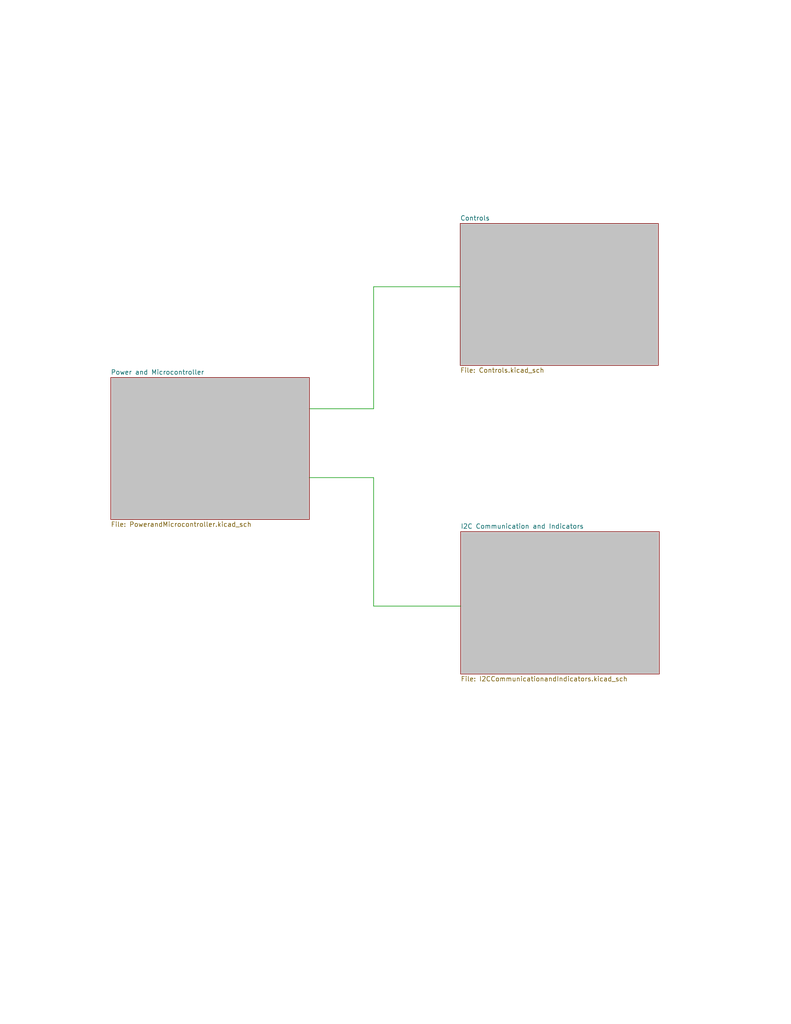
<source format=kicad_sch>
(kicad_sch (version 20211123) (generator eeschema)

  (uuid e63e39d7-6ac0-4ffd-8aa3-1841a4541b55)

  (paper "A" portrait)

  (title_block
    (title "Peripheral Control PCB Deisgn")
    (date "2023-12-08")
    (rev "A")
  )

  (lib_symbols
  )


  (wire (pts (xy 101.981 130.302) (xy 101.981 165.354))
    (stroke (width 0) (type default) (color 0 0 0 0))
    (uuid 1182e4cd-b717-4848-a14a-72a202be8842)
  )
  (wire (pts (xy 101.981 111.506) (xy 101.981 78.232))
    (stroke (width 0) (type default) (color 0 0 0 0))
    (uuid 2c5dd3f7-df43-44d4-abaa-2b7c567605b2)
  )
  (wire (pts (xy 84.582 111.506) (xy 101.981 111.506))
    (stroke (width 0) (type default) (color 0 0 0 0))
    (uuid 5039b6db-b596-437d-8f92-940817d7252a)
  )
  (wire (pts (xy 101.981 78.232) (xy 125.603 78.232))
    (stroke (width 0) (type default) (color 0 0 0 0))
    (uuid 57c43d89-0785-44da-9c92-397bca1a9b09)
  )
  (wire (pts (xy 125.73 165.354) (xy 101.981 165.354))
    (stroke (width 0) (type default) (color 0 0 0 0))
    (uuid 637fdeca-99d9-4979-865d-a616b6c8ee4f)
  )
  (wire (pts (xy 84.455 130.302) (xy 101.981 130.302))
    (stroke (width 0) (type default) (color 0 0 0 0))
    (uuid ad6795f6-b9de-49ac-b97e-e3687dfbd754)
  )

  (sheet (at 125.73 145.034) (size 54.229 38.862) (fields_autoplaced)
    (stroke (width 0.1524) (type solid) (color 0 0 0 0))
    (fill (color 194 194 194 1.0000))
    (uuid 8a3174de-bcf6-465a-b329-c0f864617ee2)
    (property "Sheet name" "I2C Communication and Indicators" (id 0) (at 125.73 144.3224 0)
      (effects (font (size 1.27 1.27)) (justify left bottom))
    )
    (property "Sheet file" "I2CCommunicationandIndicators.kicad_sch" (id 1) (at 125.73 184.4806 0)
      (effects (font (size 1.27 1.27)) (justify left top))
    )
  )

  (sheet (at 125.603 60.96) (size 54.102 38.735) (fields_autoplaced)
    (stroke (width 0.1524) (type solid) (color 0 0 0 0))
    (fill (color 194 194 194 1.0000))
    (uuid a7a790b4-58af-43c7-ae7e-7ca2ba6408f0)
    (property "Sheet name" "Controls " (id 0) (at 125.603 60.2484 0)
      (effects (font (size 1.27 1.27)) (justify left bottom))
    )
    (property "Sheet file" "Controls.kicad_sch" (id 1) (at 125.603 100.2796 0)
      (effects (font (size 1.27 1.27)) (justify left top))
    )
  )

  (sheet (at 30.226 102.997) (size 54.229 38.735) (fields_autoplaced)
    (stroke (width 0.1524) (type solid) (color 0 0 0 0))
    (fill (color 194 194 194 1.0000))
    (uuid d6808b93-407f-449f-9f31-c9575e610925)
    (property "Sheet name" "Power and Microcontroller" (id 0) (at 30.226 102.2854 0)
      (effects (font (size 1.27 1.27)) (justify left bottom))
    )
    (property "Sheet file" "PowerandMicrocontroller.kicad_sch" (id 1) (at 30.226 142.3166 0)
      (effects (font (size 1.27 1.27)) (justify left top))
    )
  )

  (sheet_instances
    (path "/" (page "1"))
    (path "/d6808b93-407f-449f-9f31-c9575e610925" (page "2"))
    (path "/a7a790b4-58af-43c7-ae7e-7ca2ba6408f0" (page "3"))
    (path "/8a3174de-bcf6-465a-b329-c0f864617ee2" (page "4"))
  )

  (symbol_instances
    (path "/d6808b93-407f-449f-9f31-c9575e610925/08aef722-17be-4896-a819-45bd1299aeba"
      (reference "#PWR01") (unit 1) (value "+3.3V") (footprint "")
    )
    (path "/d6808b93-407f-449f-9f31-c9575e610925/8d08df9e-c014-42f1-bb6a-c8821b4814b8"
      (reference "#PWR02") (unit 1) (value "+5V") (footprint "")
    )
    (path "/d6808b93-407f-449f-9f31-c9575e610925/d77063fc-d693-4be3-942c-9944c1da97b8"
      (reference "#PWR03") (unit 1) (value "GND") (footprint "")
    )
    (path "/d6808b93-407f-449f-9f31-c9575e610925/aed2291e-5432-4ece-9e8e-a3edbae86459"
      (reference "#PWR04") (unit 1) (value "GND") (footprint "")
    )
    (path "/d6808b93-407f-449f-9f31-c9575e610925/44414a23-d10c-48c4-bf78-f45969a858e7"
      (reference "#PWR05") (unit 1) (value "+3.3V") (footprint "")
    )
    (path "/d6808b93-407f-449f-9f31-c9575e610925/24a75261-e81a-4d66-94b0-60e881dd0a02"
      (reference "#PWR06") (unit 1) (value "+3.3V") (footprint "")
    )
    (path "/d6808b93-407f-449f-9f31-c9575e610925/8a4e6d37-b59d-4e84-bc7d-254a66f20862"
      (reference "#PWR07") (unit 1) (value "GND") (footprint "")
    )
    (path "/d6808b93-407f-449f-9f31-c9575e610925/7b2a6462-e6ec-48ca-9d0a-5dc154ebd656"
      (reference "#PWR08") (unit 1) (value "+3.3V") (footprint "")
    )
    (path "/d6808b93-407f-449f-9f31-c9575e610925/1fe9577d-4f68-4006-8a6b-eb19446e4dc6"
      (reference "#PWR09") (unit 1) (value "GND") (footprint "")
    )
    (path "/d6808b93-407f-449f-9f31-c9575e610925/9e228bf4-41d2-4219-908c-67e3de71841d"
      (reference "#PWR010") (unit 1) (value "GND") (footprint "")
    )
    (path "/a7a790b4-58af-43c7-ae7e-7ca2ba6408f0/dff502f1-2fe5-4c09-a767-aabc78c2e052"
      (reference "#PWR011") (unit 1) (value "+3.3V") (footprint "")
    )
    (path "/a7a790b4-58af-43c7-ae7e-7ca2ba6408f0/c65e995c-91b6-41b5-be18-b397dffba265"
      (reference "#PWR012") (unit 1) (value "GND") (footprint "")
    )
    (path "/a7a790b4-58af-43c7-ae7e-7ca2ba6408f0/ff3f4e4a-a108-48f2-82e4-65d371ee3571"
      (reference "#PWR013") (unit 1) (value "+3.3V") (footprint "")
    )
    (path "/a7a790b4-58af-43c7-ae7e-7ca2ba6408f0/15ff8cf9-691e-45f8-a351-5f6683398fe2"
      (reference "#PWR014") (unit 1) (value "GND") (footprint "")
    )
    (path "/a7a790b4-58af-43c7-ae7e-7ca2ba6408f0/fb019ae5-5276-4e50-8910-d650d6f383ff"
      (reference "#PWR015") (unit 1) (value "+3.3V") (footprint "")
    )
    (path "/a7a790b4-58af-43c7-ae7e-7ca2ba6408f0/063dfddf-870d-4c57-8d42-f84f068e5ac8"
      (reference "#PWR016") (unit 1) (value "GND") (footprint "")
    )
    (path "/a7a790b4-58af-43c7-ae7e-7ca2ba6408f0/4c92f87a-c333-401f-ae87-74e2ac8e5294"
      (reference "#PWR017") (unit 1) (value "+3.3V") (footprint "")
    )
    (path "/a7a790b4-58af-43c7-ae7e-7ca2ba6408f0/35e08194-962d-40d0-b321-f6ce835c55cc"
      (reference "#PWR018") (unit 1) (value "+3.3V") (footprint "")
    )
    (path "/a7a790b4-58af-43c7-ae7e-7ca2ba6408f0/983fe298-0858-459d-91ea-e3542deb0bb9"
      (reference "#PWR019") (unit 1) (value "GND") (footprint "")
    )
    (path "/a7a790b4-58af-43c7-ae7e-7ca2ba6408f0/b7b5f7e6-3658-4dbd-be3c-6e6f680f392f"
      (reference "#PWR020") (unit 1) (value "+3.3V") (footprint "")
    )
    (path "/a7a790b4-58af-43c7-ae7e-7ca2ba6408f0/9090b132-e544-4319-9fad-9568bbd33a19"
      (reference "#PWR021") (unit 1) (value "GND") (footprint "")
    )
    (path "/a7a790b4-58af-43c7-ae7e-7ca2ba6408f0/b4f76802-fd1a-4657-8c77-0626efbe9077"
      (reference "#PWR022") (unit 1) (value "GND") (footprint "")
    )
    (path "/a7a790b4-58af-43c7-ae7e-7ca2ba6408f0/2d159cf5-5959-4c71-91b8-415b48f7ba73"
      (reference "#PWR023") (unit 1) (value "GND") (footprint "")
    )
    (path "/a7a790b4-58af-43c7-ae7e-7ca2ba6408f0/d0a3fd72-da87-43bc-8a6e-9fbafe56e9ad"
      (reference "#PWR024") (unit 1) (value "+3.3V") (footprint "")
    )
    (path "/a7a790b4-58af-43c7-ae7e-7ca2ba6408f0/50bde382-1e0e-4232-ab90-0a3b24e7cea6"
      (reference "#PWR025") (unit 1) (value "+3.3V") (footprint "")
    )
    (path "/a7a790b4-58af-43c7-ae7e-7ca2ba6408f0/599147bf-612d-46ea-a758-937ba4e9517a"
      (reference "#PWR026") (unit 1) (value "GND") (footprint "")
    )
    (path "/a7a790b4-58af-43c7-ae7e-7ca2ba6408f0/32877d30-ff1f-45d7-a193-f506de7da995"
      (reference "#PWR027") (unit 1) (value "+3.3V") (footprint "")
    )
    (path "/a7a790b4-58af-43c7-ae7e-7ca2ba6408f0/30f9b025-2d88-4423-9f39-d22a4bcd875b"
      (reference "#PWR028") (unit 1) (value "GND") (footprint "")
    )
    (path "/a7a790b4-58af-43c7-ae7e-7ca2ba6408f0/aa72959c-04c4-4fe9-873d-ea0c317214ab"
      (reference "#PWR029") (unit 1) (value "+3.3V") (footprint "")
    )
    (path "/a7a790b4-58af-43c7-ae7e-7ca2ba6408f0/fcc853c0-8ab0-4178-8a32-c31b607dc6a3"
      (reference "#PWR030") (unit 1) (value "GND") (footprint "")
    )
    (path "/a7a790b4-58af-43c7-ae7e-7ca2ba6408f0/bd74352c-63f0-420e-88ae-cc5a285072ae"
      (reference "#PWR031") (unit 1) (value "GND") (footprint "")
    )
    (path "/a7a790b4-58af-43c7-ae7e-7ca2ba6408f0/dcc26b92-66cf-4025-b46f-01bf09da6f09"
      (reference "#PWR032") (unit 1) (value "GND") (footprint "")
    )
    (path "/a7a790b4-58af-43c7-ae7e-7ca2ba6408f0/c168e832-d577-446d-8b1b-d9e25a4a104a"
      (reference "#PWR033") (unit 1) (value "+3.3V") (footprint "")
    )
    (path "/a7a790b4-58af-43c7-ae7e-7ca2ba6408f0/095b2373-cfd7-43fb-ab65-4f8898098334"
      (reference "#PWR034") (unit 1) (value "GND") (footprint "")
    )
    (path "/8a3174de-bcf6-465a-b329-c0f864617ee2/1ce4a388-7f32-4103-bc60-669a7d0fdcc2"
      (reference "#PWR035") (unit 1) (value "+3.3V") (footprint "")
    )
    (path "/8a3174de-bcf6-465a-b329-c0f864617ee2/34e11d83-a1dd-4ea0-a69f-36894943ce35"
      (reference "#PWR036") (unit 1) (value "GND") (footprint "")
    )
    (path "/8a3174de-bcf6-465a-b329-c0f864617ee2/38d8dda1-e3a4-4db5-8693-74135eced86a"
      (reference "#PWR037") (unit 1) (value "GND") (footprint "")
    )
    (path "/8a3174de-bcf6-465a-b329-c0f864617ee2/27059796-e879-41c5-bf53-63c5a40339fd"
      (reference "BAR1") (unit 1) (value "Red LED Array") (footprint "Display:HDSP-4830")
    )
    (path "/d6808b93-407f-449f-9f31-c9575e610925/e4c3aae7-54d4-45b0-a354-4c54d30a1e34"
      (reference "C1") (unit 1) (value "10µF") (footprint "Capacitor_SMD:C_0805_2012Metric_Pad1.18x1.45mm_HandSolder")
    )
    (path "/d6808b93-407f-449f-9f31-c9575e610925/1b2b66ad-c92e-43b5-94ad-073f4be373d7"
      (reference "C2") (unit 1) (value "1µF") (footprint "Capacitor_SMD:C_0805_2012Metric_Pad1.18x1.45mm_HandSolder")
    )
    (path "/d6808b93-407f-449f-9f31-c9575e610925/b972a53e-16f8-4a1f-98bb-3d899ba56bdd"
      (reference "C3") (unit 1) (value "10µF") (footprint "Capacitor_SMD:C_0805_2012Metric_Pad1.18x1.45mm_HandSolder")
    )
    (path "/d6808b93-407f-449f-9f31-c9575e610925/fb2465ac-9993-4620-ace3-75946c8a4511"
      (reference "C4") (unit 1) (value "1µF") (footprint "Capacitor_SMD:C_0805_2012Metric_Pad1.18x1.45mm_HandSolder")
    )
    (path "/a7a790b4-58af-43c7-ae7e-7ca2ba6408f0/0a855a2c-a9ac-4dbc-a0b9-fc7c6d6e8e61"
      (reference "C5") (unit 1) (value ".010µF") (footprint "")
    )
    (path "/a7a790b4-58af-43c7-ae7e-7ca2ba6408f0/64c9987c-d1ed-4a81-ac09-b4b626b6ea9d"
      (reference "C6") (unit 1) (value ".010µF") (footprint "")
    )
    (path "/a7a790b4-58af-43c7-ae7e-7ca2ba6408f0/360cff39-4f99-4e8c-b69f-c2308b36dfef"
      (reference "C7") (unit 1) (value ".010µF") (footprint "")
    )
    (path "/a7a790b4-58af-43c7-ae7e-7ca2ba6408f0/edfbf706-586b-4757-ac89-838889ce4462"
      (reference "C8") (unit 1) (value ".010µF") (footprint "")
    )
    (path "/d6808b93-407f-449f-9f31-c9575e610925/473af1f1-b95d-4d56-9ed7-fb083732f6bf"
      (reference "D1") (unit 1) (value "LED") (footprint "JM_Library_footprints:LED_0805_A_C")
    )
    (path "/d6808b93-407f-449f-9f31-c9575e610925/bb3f4adb-018b-4d8f-9785-ddceb642d095"
      (reference "D2") (unit 1) (value "1N4148") (footprint "JM_Library_footprints:LED_0805_A_C")
    )
    (path "/d6808b93-407f-449f-9f31-c9575e610925/ecef3850-7ac3-4024-90c0-7a3799e3551f"
      (reference "J1") (unit 1) (value "POWER IN") (footprint "JM_Library_footprints:2 pin screw terminal 200mil")
    )
    (path "/d6808b93-407f-449f-9f31-c9575e610925/4c795d32-3f0d-4319-9ab8-ac5338ad00aa"
      (reference "J2") (unit 1) (value "Program") (footprint "Connector_PinHeader_2.54mm:PinHeader_1x05_P2.54mm_Vertical")
    )
    (path "/8a3174de-bcf6-465a-b329-c0f864617ee2/2174d51c-558f-4db5-80c3-1351619a5845"
      (reference "J3") (unit 1) (value "I2C") (footprint "Connector_PinHeader_2.54mm:PinHeader_1x04_P2.54mm_Vertical")
    )
    (path "/d6808b93-407f-449f-9f31-c9575e610925/7d6986ba-922e-4334-9af1-3e23f0e6f098"
      (reference "JP1") (unit 1) (value "Regulator Bypass") (footprint "Connector_PinHeader_2.54mm:PinHeader_1x02_P2.54mm_Vertical")
    )
    (path "/d6808b93-407f-449f-9f31-c9575e610925/0deaac47-541b-4b9d-aa2d-e458f0f643bd"
      (reference "R1") (unit 1) (value "2.2KΩ") (footprint "Resistor_SMD:R_0805_2012Metric_Pad1.20x1.40mm_HandSolder")
    )
    (path "/d6808b93-407f-449f-9f31-c9575e610925/52f2b061-e533-45b6-9340-cac8af9defb5"
      (reference "R2") (unit 1) (value "10KΩ") (footprint "Resistor_SMD:R_0805_2012Metric_Pad1.20x1.40mm_HandSolder")
    )
    (path "/a7a790b4-58af-43c7-ae7e-7ca2ba6408f0/e40d400f-21fb-4c65-843c-1a01a751a40c"
      (reference "R3") (unit 1) (value "100Ω") (footprint "")
    )
    (path "/a7a790b4-58af-43c7-ae7e-7ca2ba6408f0/e197dfa2-719b-4755-be09-e47fe0623710"
      (reference "R4") (unit 1) (value "100Ω") (footprint "")
    )
    (path "/a7a790b4-58af-43c7-ae7e-7ca2ba6408f0/9d1c36f2-c88c-44b4-b76a-a1ea06b1546f"
      (reference "R5") (unit 1) (value "100Ω") (footprint "")
    )
    (path "/a7a790b4-58af-43c7-ae7e-7ca2ba6408f0/40494abe-354b-4062-94be-20e70e6f9ddf"
      (reference "R6") (unit 1) (value "100Ω") (footprint "")
    )
    (path "/a7a790b4-58af-43c7-ae7e-7ca2ba6408f0/eac597f7-a669-418f-b8cd-e6134630b445"
      (reference "R7") (unit 1) (value "1KΩ") (footprint "")
    )
    (path "/a7a790b4-58af-43c7-ae7e-7ca2ba6408f0/b0a88c9c-2ec0-4a2f-83c5-01ca139d88da"
      (reference "R8") (unit 1) (value "100Ω") (footprint "")
    )
    (path "/a7a790b4-58af-43c7-ae7e-7ca2ba6408f0/3458d07a-382b-4f4c-8272-6527e57569af"
      (reference "R9") (unit 1) (value "100Ω") (footprint "")
    )
    (path "/a7a790b4-58af-43c7-ae7e-7ca2ba6408f0/1270fb8e-c28f-415f-a99d-8e019dbd5beb"
      (reference "R10") (unit 1) (value "1KΩ") (footprint "")
    )
    (path "/a7a790b4-58af-43c7-ae7e-7ca2ba6408f0/6a417a63-b4f4-43dc-a342-e6f39ecad015"
      (reference "R11") (unit 1) (value "100Ω") (footprint "")
    )
    (path "/a7a790b4-58af-43c7-ae7e-7ca2ba6408f0/a0f345cb-177b-4297-9e0c-4cb9413d5ad4"
      (reference "R12") (unit 1) (value "1KΩ") (footprint "")
    )
    (path "/a7a790b4-58af-43c7-ae7e-7ca2ba6408f0/fbfc4fd3-1441-4c98-a5c2-231bdb51eb4e"
      (reference "R13") (unit 1) (value "1KΩ") (footprint "")
    )
    (path "/8a3174de-bcf6-465a-b329-c0f864617ee2/eb6c33d3-4dd5-4258-b39f-536cce8da235"
      (reference "R14") (unit 1) (value "330Ω") (footprint "")
    )
    (path "/8a3174de-bcf6-465a-b329-c0f864617ee2/9b0b1dea-9a69-41bf-8d6f-114c99cdc852"
      (reference "R15") (unit 1) (value "330Ω") (footprint "")
    )
    (path "/8a3174de-bcf6-465a-b329-c0f864617ee2/aacf7fde-ab44-4b0b-8daf-a692fc2c8d04"
      (reference "R16") (unit 1) (value "330Ω") (footprint "")
    )
    (path "/8a3174de-bcf6-465a-b329-c0f864617ee2/86b638f4-0e7d-4ed3-9fed-1d44f79dadd8"
      (reference "R17") (unit 1) (value "330Ω") (footprint "")
    )
    (path "/8a3174de-bcf6-465a-b329-c0f864617ee2/f40b0391-67d2-4d5b-a7e0-1f991b74c77b"
      (reference "R18") (unit 1) (value "330Ω") (footprint "")
    )
    (path "/8a3174de-bcf6-465a-b329-c0f864617ee2/c3930e42-3301-431b-bf37-949e9b5567dd"
      (reference "R19") (unit 1) (value "330Ω") (footprint "")
    )
    (path "/8a3174de-bcf6-465a-b329-c0f864617ee2/427599f6-9670-4169-81a4-7e39f5cb447b"
      (reference "R20") (unit 1) (value "330Ω") (footprint "")
    )
    (path "/8a3174de-bcf6-465a-b329-c0f864617ee2/c1103a64-5d63-47f5-84e6-36a683e44a50"
      (reference "R21") (unit 1) (value "330Ω") (footprint "")
    )
    (path "/8a3174de-bcf6-465a-b329-c0f864617ee2/02387b53-ef42-4a67-b26c-bf8326b95963"
      (reference "R22") (unit 1) (value "330Ω") (footprint "")
    )
    (path "/8a3174de-bcf6-465a-b329-c0f864617ee2/e460c857-84ec-437b-8838-0427a6ca64df"
      (reference "R23") (unit 1) (value "330Ω") (footprint "")
    )
    (path "/a7a790b4-58af-43c7-ae7e-7ca2ba6408f0/ee4f0e67-4aba-4b84-bab9-34a0092ebb17"
      (reference "SW1") (unit 1) (value "Mode Select") (footprint "")
    )
    (path "/a7a790b4-58af-43c7-ae7e-7ca2ba6408f0/5005816f-b3e7-4cbe-b127-dee92d4b6071"
      (reference "SW2") (unit 1) (value "Input 1") (footprint "")
    )
    (path "/a7a790b4-58af-43c7-ae7e-7ca2ba6408f0/2da0ab7d-f0ca-4fa2-9084-e8291cef8796"
      (reference "SW3") (unit 1) (value "Input 2") (footprint "")
    )
    (path "/a7a790b4-58af-43c7-ae7e-7ca2ba6408f0/63b01b67-066e-4126-81f7-4ee7a2144efd"
      (reference "SW4") (unit 1) (value "Input 3") (footprint "")
    )
    (path "/a7a790b4-58af-43c7-ae7e-7ca2ba6408f0/3bfa3f5b-8110-4c60-b334-95213f2ff956"
      (reference "SW5") (unit 1) (value "Input 4") (footprint "")
    )
    (path "/a7a790b4-58af-43c7-ae7e-7ca2ba6408f0/5b9c9fc2-8834-45af-b5bf-800e8a6382a1"
      (reference "SW6") (unit 1) (value "RotaryEncoder") (footprint "")
    )
    (path "/a7a790b4-58af-43c7-ae7e-7ca2ba6408f0/c4d9095c-db7f-4621-b33b-95a87e4fd8d7"
      (reference "SW7") (unit 1) (value "Input 5") (footprint "")
    )
    (path "/a7a790b4-58af-43c7-ae7e-7ca2ba6408f0/470c285f-0037-4728-88fe-2c8589f1acf1"
      (reference "SW8") (unit 1) (value "Input 6") (footprint "")
    )
    (path "/a7a790b4-58af-43c7-ae7e-7ca2ba6408f0/b6db8d0b-a55b-43db-91e7-f2d54b5117eb"
      (reference "SW9") (unit 1) (value "RotaryEncoder") (footprint "")
    )
    (path "/d6808b93-407f-449f-9f31-c9575e610925/6af1c419-ace6-45b0-8435-30f15bc5971c"
      (reference "U1") (unit 1) (value "TSB1117") (footprint "Package_TO_SOT_SMD:SOT-223-3_TabPin2")
    )
    (path "/d6808b93-407f-449f-9f31-c9575e610925/85a664fb-fcef-4c25-bce3-eb1ac336ff52"
      (reference "U2") (unit 1) (value "PIC16LF1788") (footprint "JM_Library_footprints:SSPO-28")
    )
  )
)

</source>
